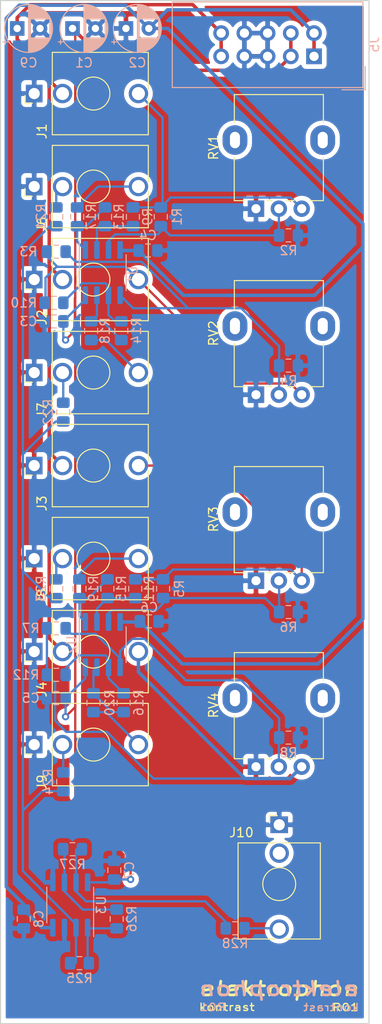
<source format=kicad_pcb>
(kicad_pcb (version 20171130) (host pcbnew 5.1.6-c6e7f7d~87~ubuntu20.04.1)
  (title_block (title kontrast) (date 2020-05-09) (rev 01) (comment 1 "PCB for main circuit") (comment 2 "mixer and attenuverter") (comment 4 "License CC BY 4.0 - Attribution 4.0 International"))
  (layers (0 F.Cu signal) (31 B.Cu signal) (34 B.Paste user) (35 F.Paste user) (36 B.SilkS user) (37 F.SilkS user) (38 B.Mask user) (39 F.Mask user) (44 Edge.Cuts user))
  (net 0 "")
  (net 1 GND)
  (net 2 +15V)
  (net 3 "Net-(J1-PadT)")
  (net 4 "Net-(J3-PadT)")
  (net 5 "Net-(R10-Pad1)")
  (net 6 -15V)
  (net 7 +5V)
  (net 8 "Net-(J2-PadT)")
  (net 9 "Net-(J4-PadT)")
  (net 10 /MIX_1)
  (net 11 "Net-(J6-PadT)")
  (net 12 "Net-(R1-Pad2)")
  (net 13 "Net-(R3-Pad2)")
  (net 14 "Net-(R5-Pad2)")
  (net 15 "Net-(R7-Pad2)")
  (net 16 "Net-(R13-Pad2)")
  (net 17 "Net-(R11-Pad1)")
  (net 18 "Net-(R12-Pad1)")
  (net 19 "Net-(R13-Pad1)")
  (net 20 "Net-(R14-Pad1)")
  (net 21 "Net-(R15-Pad1)")
  (net 22 "Net-(R16-Pad1)")
  (net 23 "Net-(R21-Pad2)")
  (net 24 "Net-(R25-Pad2)")
  (net 25 "Net-(R26-Pad2)")
  (net 26 "Net-(R27-Pad2)")
  (net 27 /MIX_2)
  (net 28 "Net-(J7-PadT)")
  (net 29 /MIX_3)
  (net 30 "Net-(J8-PadT)")
  (net 31 /MIX_4)
  (net 32 "Net-(J9-PadT)")
  (net 33 "Net-(J10-PadT)")
  (module "elektrophon:elektrophon logo" (layer F.Cu) (at 81.28 159.766)
    (fp_text reference REF** hide)
    (fp_text value "elektrophon logo" hide)
    (fp_text user kontrast (at 8.84 1.02) (layer B.SilkS) (effects (font (size 0.8 1)) (justify left mirror)))
    (fp_text user R01 (at -8.83 1) (layer B.SilkS) (effects (font (size 0.8 1)) (justify right mirror)))
    (fp_text user elektrophon (at 0 -1.016) (layer B.SilkS) (effects (font (size 1.5 2) (thickness 0.3) italic) (justify mirror)))
    (fp_text user R01 (at 8.8 1.02) (layer F.SilkS) (effects (font (size 0.8 1)) (justify right)))
    (fp_text user kontrast (at -8.88 1) (layer F.SilkS) (effects (font (size 0.8 1)) (justify left)))
    (fp_text user elektrophon (at 0 -1.016) (layer F.SilkS) (effects (font (size 1.5 2) (thickness 0.3) italic)))
  )
  (module Resistor_SMD:R_0805_2012Metric_Pad1.15x1.40mm_HandSolder (layer B.Cu) (at 76.454 152.146)
    (fp_text reference R28 (at 0 1.65) (layer B.SilkS) (effects (justify mirror)))
    (fp_text value 1k)
    (pad 2 smd roundrect (at 1.025 0) (size 1.15 1.4) (layers B.Cu B.Paste B.Mask) (roundrect_rratio 0.217391) (net 33 "Net-(J10-PadT)"))
    (pad 1 smd roundrect (at -1.025 0) (size 1.15 1.4) (layers B.Cu B.Paste B.Mask) (roundrect_rratio 0.217391) (net 26 "Net-(R27-Pad2)"))
  )
  (module Resistor_SMD:R_0805_2012Metric_Pad1.15x1.40mm_HandSolder (layer B.Cu) (at 58.674 143.51)
    (fp_text reference R27 (at 0 1.65) (layer B.SilkS) (effects (justify mirror)))
    (fp_text value 100k)
    (pad 2 smd roundrect (at 1.025 0) (size 1.15 1.4) (layers B.Cu B.Paste B.Mask) (roundrect_rratio 0.217391) (net 26 "Net-(R27-Pad2)"))
    (pad 1 smd roundrect (at -1.025 0) (size 1.15 1.4) (layers B.Cu B.Paste B.Mask) (roundrect_rratio 0.217391) (net 25 "Net-(R26-Pad2)"))
  )
  (module Resistor_SMD:R_0805_2012Metric_Pad1.15x1.40mm_HandSolder (layer B.Cu) (at 63.5 151.13 90)
    (fp_text reference R26 (at 0 1.65 90) (layer B.SilkS) (effects (justify mirror)))
    (fp_text value 100k)
    (pad 2 smd roundrect (at 1.025 0 90) (size 1.15 1.4) (layers B.Cu B.Paste B.Mask) (roundrect_rratio 0.217391) (net 25 "Net-(R26-Pad2)"))
    (pad 1 smd roundrect (at -1.025 0 90) (size 1.15 1.4) (layers B.Cu B.Paste B.Mask) (roundrect_rratio 0.217391) (net 24 "Net-(R25-Pad2)"))
  )
  (module Resistor_SMD:R_0805_2012Metric_Pad1.15x1.40mm_HandSolder (layer B.Cu) (at 59.436 155.956)
    (fp_text reference R25 (at 0 1.65) (layer B.SilkS) (effects (justify mirror)))
    (fp_text value 100k)
    (pad 2 smd roundrect (at 1.025 0) (size 1.15 1.4) (layers B.Cu B.Paste B.Mask) (roundrect_rratio 0.217391) (net 24 "Net-(R25-Pad2)"))
    (pad 1 smd roundrect (at -1.025 0) (size 1.15 1.4) (layers B.Cu B.Paste B.Mask) (roundrect_rratio 0.217391) (net 23 "Net-(R21-Pad2)"))
  )
  (module Resistor_SMD:R_0805_2012Metric_Pad1.15x1.40mm_HandSolder (layer B.Cu) (at 57.658 136.144 270)
    (fp_text reference R24 (at 0 1.65 270) (layer B.SilkS) (effects (justify mirror)))
    (fp_text value 100k)
    (pad 2 smd roundrect (at 1.025 0 270) (size 1.15 1.4) (layers B.Cu B.Paste B.Mask) (roundrect_rratio 0.217391) (net 23 "Net-(R21-Pad2)"))
    (pad 1 smd roundrect (at -1.025 0 270) (size 1.15 1.4) (layers B.Cu B.Paste B.Mask) (roundrect_rratio 0.217391) (net 31 /MIX_4))
  )
  (module Resistor_SMD:R_0805_2012Metric_Pad1.15x1.40mm_HandSolder (layer B.Cu) (at 56.896 115.053 270)
    (fp_text reference R23 (at 0 1.65 270) (layer B.SilkS) (effects (justify mirror)))
    (fp_text value 100k)
    (pad 2 smd roundrect (at 1.025 0 270) (size 1.15 1.4) (layers B.Cu B.Paste B.Mask) (roundrect_rratio 0.217391) (net 23 "Net-(R21-Pad2)"))
    (pad 1 smd roundrect (at -1.025 0 270) (size 1.15 1.4) (layers B.Cu B.Paste B.Mask) (roundrect_rratio 0.217391) (net 29 /MIX_3))
  )
  (module Resistor_SMD:R_0805_2012Metric_Pad1.15x1.40mm_HandSolder (layer B.Cu) (at 57.658 95.758 270)
    (fp_text reference R22 (at 0 1.65 270) (layer B.SilkS) (effects (justify mirror)))
    (fp_text value 100k)
    (pad 2 smd roundrect (at 1.025 0 270) (size 1.15 1.4) (layers B.Cu B.Paste B.Mask) (roundrect_rratio 0.217391) (net 23 "Net-(R21-Pad2)"))
    (pad 1 smd roundrect (at -1.025 0 270) (size 1.15 1.4) (layers B.Cu B.Paste B.Mask) (roundrect_rratio 0.217391) (net 27 /MIX_2))
  )
  (module Resistor_SMD:R_0805_2012Metric_Pad1.15x1.40mm_HandSolder (layer B.Cu) (at 56.896 74.422 270)
    (fp_text reference R21 (at 0 1.65 90) (layer B.SilkS) (effects (justify mirror)))
    (fp_text value 100k)
    (pad 2 smd roundrect (at 1.025 0 270) (size 1.15 1.4) (layers B.Cu B.Paste B.Mask) (roundrect_rratio 0.217391) (net 23 "Net-(R21-Pad2)"))
    (pad 1 smd roundrect (at -1.025 0 270) (size 1.15 1.4) (layers B.Cu B.Paste B.Mask) (roundrect_rratio 0.217391) (net 10 /MIX_1))
  )
  (module Resistor_SMD:R_0805_2012Metric_Pad1.15x1.40mm_HandSolder (layer B.Cu) (at 60.96 127.508 270)
    (fp_text reference R20 (at 0 -1.778 90) (layer B.SilkS) (effects (justify mirror)))
    (fp_text value 1k)
    (pad 2 smd roundrect (at 1.025 0 270) (size 1.15 1.4) (layers B.Cu B.Paste B.Mask) (roundrect_rratio 0.217391) (net 32 "Net-(J9-PadT)"))
    (pad 1 smd roundrect (at -1.025 0 270) (size 1.15 1.4) (layers B.Cu B.Paste B.Mask) (roundrect_rratio 0.217391) (net 22 "Net-(R16-Pad1)"))
  )
  (module Resistor_SMD:R_0805_2012Metric_Pad1.15x1.40mm_HandSolder (layer B.Cu) (at 59.436 115.053 90)
    (fp_text reference R19 (at -0.009 1.524 90) (layer B.SilkS) (effects (justify mirror)))
    (fp_text value 1k)
    (pad 2 smd roundrect (at 1.025 0 90) (size 1.15 1.4) (layers B.Cu B.Paste B.Mask) (roundrect_rratio 0.217391) (net 30 "Net-(J8-PadT)"))
    (pad 1 smd roundrect (at -1.025 0 90) (size 1.15 1.4) (layers B.Cu B.Paste B.Mask) (roundrect_rratio 0.217391) (net 21 "Net-(R15-Pad1)"))
  )
  (module Resistor_SMD:R_0805_2012Metric_Pad1.15x1.40mm_HandSolder (layer B.Cu) (at 60.706 86.868 270)
    (fp_text reference R18 (at 0 -1.524 270) (layer B.SilkS) (effects (justify mirror)))
    (fp_text value 1k)
    (pad 2 smd roundrect (at 1.025 0 270) (size 1.15 1.4) (layers B.Cu B.Paste B.Mask) (roundrect_rratio 0.217391) (net 28 "Net-(J7-PadT)"))
    (pad 1 smd roundrect (at -1.025 0 270) (size 1.15 1.4) (layers B.Cu B.Paste B.Mask) (roundrect_rratio 0.217391) (net 20 "Net-(R14-Pad1)"))
  )
  (module Resistor_SMD:R_0805_2012Metric_Pad1.15x1.40mm_HandSolder (layer B.Cu) (at 59.182 74.422 90)
    (fp_text reference R17 (at 0 1.524 90) (layer B.SilkS) (effects (justify mirror)))
    (fp_text value 1k)
    (pad 2 smd roundrect (at 1.025 0 90) (size 1.15 1.4) (layers B.Cu B.Paste B.Mask) (roundrect_rratio 0.217391) (net 11 "Net-(J6-PadT)"))
    (pad 1 smd roundrect (at -1.025 0 90) (size 1.15 1.4) (layers B.Cu B.Paste B.Mask) (roundrect_rratio 0.217391) (net 19 "Net-(R13-Pad1)"))
  )
  (module Resistor_SMD:R_0805_2012Metric_Pad1.15x1.40mm_HandSolder (layer B.Cu) (at 64.262 127.508 90)
    (fp_text reference R16 (at 0 1.65 90) (layer B.SilkS) (effects (justify mirror)))
    (fp_text value 100k)
    (pad 2 smd roundrect (at 1.025 0 90) (size 1.15 1.4) (layers B.Cu B.Paste B.Mask) (roundrect_rratio 0.217391) (net 18 "Net-(R12-Pad1)"))
    (pad 1 smd roundrect (at -1.025 0 90) (size 1.15 1.4) (layers B.Cu B.Paste B.Mask) (roundrect_rratio 0.217391) (net 22 "Net-(R16-Pad1)"))
  )
  (module Resistor_SMD:R_0805_2012Metric_Pad1.15x1.40mm_HandSolder (layer B.Cu) (at 62.484 115.053 270)
    (fp_text reference R15 (at 0 -1.524 90) (layer B.SilkS) (effects (justify mirror)))
    (fp_text value 100k)
    (pad 2 smd roundrect (at 1.025 0 270) (size 1.15 1.4) (layers B.Cu B.Paste B.Mask) (roundrect_rratio 0.217391) (net 17 "Net-(R11-Pad1)"))
    (pad 1 smd roundrect (at -1.025 0 270) (size 1.15 1.4) (layers B.Cu B.Paste B.Mask) (roundrect_rratio 0.217391) (net 21 "Net-(R15-Pad1)"))
  )
  (module Resistor_SMD:R_0805_2012Metric_Pad1.15x1.40mm_HandSolder (layer B.Cu) (at 64.008 86.868 90)
    (fp_text reference R14 (at 0 1.65 90) (layer B.SilkS) (effects (justify mirror)))
    (fp_text value 100k)
    (pad 2 smd roundrect (at 1.025 0 90) (size 1.15 1.4) (layers B.Cu B.Paste B.Mask) (roundrect_rratio 0.217391) (net 5 "Net-(R10-Pad1)"))
    (pad 1 smd roundrect (at -1.025 0 90) (size 1.15 1.4) (layers B.Cu B.Paste B.Mask) (roundrect_rratio 0.217391) (net 20 "Net-(R14-Pad1)"))
  )
  (module Resistor_SMD:R_0805_2012Metric_Pad1.15x1.40mm_HandSolder (layer B.Cu) (at 62.23 74.422 270)
    (fp_text reference R13 (at 0 -1.524 90) (layer B.SilkS) (effects (justify mirror)))
    (fp_text value 100k)
    (pad 2 smd roundrect (at 1.025 0 270) (size 1.15 1.4) (layers B.Cu B.Paste B.Mask) (roundrect_rratio 0.217391) (net 16 "Net-(R13-Pad2)"))
    (pad 1 smd roundrect (at -1.025 0 270) (size 1.15 1.4) (layers B.Cu B.Paste B.Mask) (roundrect_rratio 0.217391) (net 19 "Net-(R13-Pad1)"))
  )
  (module Resistor_SMD:R_0805_2012Metric_Pad1.15x1.40mm_HandSolder (layer B.Cu) (at 56.896 124.46 180)
    (fp_text reference R12 (at 3.302 0) (layer B.SilkS) (effects (justify mirror)))
    (fp_text value 100k)
    (pad 2 smd roundrect (at 1.025 0 180) (size 1.15 1.4) (layers B.Cu B.Paste B.Mask) (roundrect_rratio 0.217391) (net 9 "Net-(J4-PadT)"))
    (pad 1 smd roundrect (at -1.025 0 180) (size 1.15 1.4) (layers B.Cu B.Paste B.Mask) (roundrect_rratio 0.217391) (net 18 "Net-(R12-Pad1)"))
  )
  (module Resistor_SMD:R_0805_2012Metric_Pad1.15x1.40mm_HandSolder (layer B.Cu) (at 65.532 115.053 90)
    (fp_text reference R11 (at 0 1.524 270) (layer B.SilkS) (effects (justify mirror)))
    (fp_text value 100k)
    (pad 2 smd roundrect (at 1.025 0 90) (size 1.15 1.4) (layers B.Cu B.Paste B.Mask) (roundrect_rratio 0.217391) (net 4 "Net-(J3-PadT)"))
    (pad 1 smd roundrect (at -1.025 0 90) (size 1.15 1.4) (layers B.Cu B.Paste B.Mask) (roundrect_rratio 0.217391) (net 17 "Net-(R11-Pad1)"))
  )
  (module Resistor_SMD:R_0805_2012Metric_Pad1.15x1.40mm_HandSolder (layer B.Cu) (at 56.642 83.82 180)
    (fp_text reference R10 (at 3.302 0) (layer B.SilkS) (effects (justify mirror)))
    (fp_text value 100k)
    (pad 2 smd roundrect (at 1.025 0 180) (size 1.15 1.4) (layers B.Cu B.Paste B.Mask) (roundrect_rratio 0.217391) (net 8 "Net-(J2-PadT)"))
    (pad 1 smd roundrect (at -1.025 0 180) (size 1.15 1.4) (layers B.Cu B.Paste B.Mask) (roundrect_rratio 0.217391) (net 5 "Net-(R10-Pad1)"))
  )
  (module Resistor_SMD:R_0805_2012Metric_Pad1.15x1.40mm_HandSolder (layer B.Cu) (at 65.278 74.422 90)
    (fp_text reference R9 (at 0 1.608668 90) (layer B.SilkS) (effects (justify mirror)))
    (fp_text value 100k)
    (pad 2 smd roundrect (at 1.025 0 90) (size 1.15 1.4) (layers B.Cu B.Paste B.Mask) (roundrect_rratio 0.217391) (net 3 "Net-(J1-PadT)"))
    (pad 1 smd roundrect (at -1.025 0 90) (size 1.15 1.4) (layers B.Cu B.Paste B.Mask) (roundrect_rratio 0.217391) (net 16 "Net-(R13-Pad2)"))
  )
  (module Resistor_SMD:R_0805_2012Metric_Pad1.15x1.40mm_HandSolder (layer B.Cu) (at 82.296 131.318)
    (fp_text reference R8 (at 0 1.65) (layer B.SilkS) (effects (justify mirror)))
    (fp_text value 47k)
    (pad 2 smd roundrect (at 1.025 0) (size 1.15 1.4) (layers B.Cu B.Paste B.Mask) (roundrect_rratio 0.217391) (net 1 GND))
    (pad 1 smd roundrect (at -1.025 0) (size 1.15 1.4) (layers B.Cu B.Paste B.Mask) (roundrect_rratio 0.217391) (net 15 "Net-(R7-Pad2)"))
  )
  (module Resistor_SMD:R_0805_2012Metric_Pad1.15x1.40mm_HandSolder (layer B.Cu) (at 56.896 119.38)
    (fp_text reference R7 (at -2.794 0) (layer B.SilkS) (effects (justify mirror)))
    (fp_text value 47k)
    (pad 2 smd roundrect (at 1.025 0) (size 1.15 1.4) (layers B.Cu B.Paste B.Mask) (roundrect_rratio 0.217391) (net 15 "Net-(R7-Pad2)"))
    (pad 1 smd roundrect (at -1.025 0) (size 1.15 1.4) (layers B.Cu B.Paste B.Mask) (roundrect_rratio 0.217391) (net 9 "Net-(J4-PadT)"))
  )
  (module Resistor_SMD:R_0805_2012Metric_Pad1.15x1.40mm_HandSolder (layer B.Cu) (at 82.296 117.602)
    (fp_text reference R6 (at 0 1.65) (layer B.SilkS) (effects (justify mirror)))
    (fp_text value 47k)
    (pad 2 smd roundrect (at 1.025 0) (size 1.15 1.4) (layers B.Cu B.Paste B.Mask) (roundrect_rratio 0.217391) (net 1 GND))
    (pad 1 smd roundrect (at -1.025 0) (size 1.15 1.4) (layers B.Cu B.Paste B.Mask) (roundrect_rratio 0.217391) (net 14 "Net-(R5-Pad2)"))
  )
  (module Resistor_SMD:R_0805_2012Metric_Pad1.15x1.40mm_HandSolder (layer B.Cu) (at 68.58 115.053 270)
    (fp_text reference R5 (at 0.009 -1.778 90) (layer B.SilkS) (effects (justify mirror)))
    (fp_text value 47k)
    (pad 2 smd roundrect (at 1.025 0 270) (size 1.15 1.4) (layers B.Cu B.Paste B.Mask) (roundrect_rratio 0.217391) (net 14 "Net-(R5-Pad2)"))
    (pad 1 smd roundrect (at -1.025 0 270) (size 1.15 1.4) (layers B.Cu B.Paste B.Mask) (roundrect_rratio 0.217391) (net 4 "Net-(J3-PadT)"))
  )
  (module Resistor_SMD:R_0805_2012Metric_Pad1.15x1.40mm_HandSolder (layer B.Cu) (at 82.296 90.678)
    (fp_text reference R4 (at 0 1.65 180) (layer B.SilkS) (effects (justify mirror)))
    (fp_text value 47k)
    (pad 2 smd roundrect (at 1.025 0) (size 1.15 1.4) (layers B.Cu B.Paste B.Mask) (roundrect_rratio 0.217391) (net 1 GND))
    (pad 1 smd roundrect (at -1.025 0) (size 1.15 1.4) (layers B.Cu B.Paste B.Mask) (roundrect_rratio 0.217391) (net 13 "Net-(R3-Pad2)"))
  )
  (module Resistor_SMD:R_0805_2012Metric_Pad1.15x1.40mm_HandSolder (layer B.Cu) (at 56.896 78.232)
    (fp_text reference R3 (at -3.048 0 180) (layer B.SilkS) (effects (justify mirror)))
    (fp_text value 47k)
    (pad 2 smd roundrect (at 1.025 0) (size 1.15 1.4) (layers B.Cu B.Paste B.Mask) (roundrect_rratio 0.217391) (net 13 "Net-(R3-Pad2)"))
    (pad 1 smd roundrect (at -1.025 0) (size 1.15 1.4) (layers B.Cu B.Paste B.Mask) (roundrect_rratio 0.217391) (net 8 "Net-(J2-PadT)"))
  )
  (module Resistor_SMD:R_0805_2012Metric_Pad1.15x1.40mm_HandSolder (layer B.Cu) (at 82.296 76.454)
    (fp_text reference R2 (at 0 1.65) (layer B.SilkS) (effects (justify mirror)))
    (fp_text value 47k)
    (pad 2 smd roundrect (at 1.025 0) (size 1.15 1.4) (layers B.Cu B.Paste B.Mask) (roundrect_rratio 0.217391) (net 1 GND))
    (pad 1 smd roundrect (at -1.025 0) (size 1.15 1.4) (layers B.Cu B.Paste B.Mask) (roundrect_rratio 0.217391) (net 12 "Net-(R1-Pad2)"))
  )
  (module Resistor_SMD:R_0805_2012Metric_Pad1.15x1.40mm_HandSolder (layer B.Cu) (at 68.326 74.422 270)
    (fp_text reference R1 (at 0 -1.778 90) (layer B.SilkS) (effects (justify mirror)))
    (fp_text value 47k)
    (pad 2 smd roundrect (at 1.025 0 270) (size 1.15 1.4) (layers B.Cu B.Paste B.Mask) (roundrect_rratio 0.217391) (net 12 "Net-(R1-Pad2)"))
    (pad 1 smd roundrect (at -1.025 0 270) (size 1.15 1.4) (layers B.Cu B.Paste B.Mask) (roundrect_rratio 0.217391) (net 3 "Net-(J1-PadT)"))
  )
  (module Capacitor_SMD:C_0805_2012Metric_Pad1.15x1.40mm_HandSolder (layer B.Cu) (at 53.34 151.13 90)
    (fp_text reference C8 (at 0 1.65 -90) (layer B.SilkS) (effects (justify mirror)))
    (fp_text value 0.1u)
    (pad 2 smd roundrect (at 1.025 0 90) (size 1.15 1.4) (layers B.Cu B.Paste B.Mask) (roundrect_rratio 0.217391) (net 6 -15V))
    (pad 1 smd roundrect (at -1.025 0 90) (size 1.15 1.4) (layers B.Cu B.Paste B.Mask) (roundrect_rratio 0.217391) (net 1 GND))
  )
  (module Capacitor_SMD:C_0805_2012Metric_Pad1.15x1.40mm_HandSolder (layer B.Cu) (at 63.246 145.796 90)
    (fp_text reference C7 (at 0 1.65 90) (layer B.SilkS) (effects (justify mirror)))
    (fp_text value 0.1u)
    (pad 2 smd roundrect (at 1.025 0 90) (size 1.15 1.4) (layers B.Cu B.Paste B.Mask) (roundrect_rratio 0.217391) (net 1 GND))
    (pad 1 smd roundrect (at -1.025 0 90) (size 1.15 1.4) (layers B.Cu B.Paste B.Mask) (roundrect_rratio 0.217391) (net 2 +15V))
  )
  (module Capacitor_SMD:C_0805_2012Metric_Pad1.15x1.40mm_HandSolder (layer B.Cu) (at 67.056 118.618 180)
    (fp_text reference C6 (at 0 1.524) (layer B.SilkS) (effects (justify mirror)))
    (fp_text value 0.1u)
    (pad 2 smd roundrect (at 1.025 0 180) (size 1.15 1.4) (layers B.Cu B.Paste B.Mask) (roundrect_rratio 0.217391) (net 6 -15V))
    (pad 1 smd roundrect (at -1.025 0 180) (size 1.15 1.4) (layers B.Cu B.Paste B.Mask) (roundrect_rratio 0.217391) (net 1 GND))
  )
  (module Capacitor_SMD:C_0805_2012Metric_Pad1.15x1.40mm_HandSolder (layer B.Cu) (at 56.896 127 180)
    (fp_text reference C5 (at 2.794 0) (layer B.SilkS) (effects (justify mirror)))
    (fp_text value 0.1u)
    (pad 2 smd roundrect (at 1.025 0 180) (size 1.15 1.4) (layers B.Cu B.Paste B.Mask) (roundrect_rratio 0.217391) (net 1 GND))
    (pad 1 smd roundrect (at -1.025 0 180) (size 1.15 1.4) (layers B.Cu B.Paste B.Mask) (roundrect_rratio 0.217391) (net 2 +15V))
  )
  (module Capacitor_SMD:C_0805_2012Metric_Pad1.15x1.40mm_HandSolder (layer B.Cu) (at 66.929 78.105 180)
    (fp_text reference C4 (at 0 1.65 180) (layer B.SilkS) (effects (justify mirror)))
    (fp_text value 0.1u)
    (pad 2 smd roundrect (at 1.025 0 180) (size 1.15 1.4) (layers B.Cu B.Paste B.Mask) (roundrect_rratio 0.217391) (net 6 -15V))
    (pad 1 smd roundrect (at -1.025 0 180) (size 1.15 1.4) (layers B.Cu B.Paste B.Mask) (roundrect_rratio 0.217391) (net 1 GND))
  )
  (module Capacitor_SMD:C_0805_2012Metric_Pad1.15x1.40mm_HandSolder (layer B.Cu) (at 56.642 85.852 180)
    (fp_text reference C3 (at 2.794 0) (layer B.SilkS) (effects (justify mirror)))
    (fp_text value 0.1u)
    (pad 2 smd roundrect (at 1.025 0 180) (size 1.15 1.4) (layers B.Cu B.Paste B.Mask) (roundrect_rratio 0.217391) (net 1 GND))
    (pad 1 smd roundrect (at -1.025 0 180) (size 1.15 1.4) (layers B.Cu B.Paste B.Mask) (roundrect_rratio 0.217391) (net 2 +15V))
  )
  (module Package_SO:SOIC-8_3.9x4.9mm_P1.27mm (layer B.Cu) (at 58.42 149.606 90)
    (fp_text reference U3 (at 0 3.4 90) (layer B.SilkS) (effects (justify mirror)))
    (fp_text value OPA2134)
    (pad 8 smd roundrect (at 2.475 1.905 90) (size 1.95 0.6) (layers B.Cu B.Paste B.Mask) (net 2 +15V))
    (pad 7 smd roundrect (at 2.475 0.635 90) (size 1.95 0.6) (layers B.Cu B.Paste B.Mask) (net 26 "Net-(R27-Pad2)"))
    (pad 6 smd roundrect (at 2.475 -0.635 90) (size 1.95 0.6) (layers B.Cu B.Paste B.Mask) (net 25 "Net-(R26-Pad2)"))
    (pad 5 smd roundrect (at 2.475 -1.905 90) (size 1.95 0.6) (layers B.Cu B.Paste B.Mask) (net 1 GND))
    (pad 4 smd roundrect (at -2.475 -1.905 90) (size 1.95 0.6) (layers B.Cu B.Paste B.Mask) (net 6 -15V))
    (pad 3 smd roundrect (at -2.475 -0.635 90) (size 1.95 0.6) (layers B.Cu B.Paste B.Mask) (net 1 GND))
    (pad 2 smd roundrect (at -2.475 0.635 90) (size 1.95 0.6) (layers B.Cu B.Paste B.Mask) (net 23 "Net-(R21-Pad2)"))
    (pad 1 smd roundrect (at -2.475 1.905 90) (size 1.95 0.6) (layers B.Cu B.Paste B.Mask) (net 24 "Net-(R25-Pad2)"))
  )
  (module Package_SO:SOIC-8_3.9x4.9mm_P1.27mm (layer B.Cu) (at 61.976 121.158 270)
    (fp_text reference U2 (at 0 3.4 270) (layer B.SilkS) (effects (justify mirror)))
    (fp_text value OPA2134)
    (pad 8 smd roundrect (at 2.475 1.905 270) (size 1.95 0.6) (layers B.Cu B.Paste B.Mask) (net 2 +15V))
    (pad 7 smd roundrect (at 2.475 0.635 270) (size 1.95 0.6) (layers B.Cu B.Paste B.Mask) (net 22 "Net-(R16-Pad1)"))
    (pad 6 smd roundrect (at 2.475 -0.635 270) (size 1.95 0.6) (layers B.Cu B.Paste B.Mask) (net 18 "Net-(R12-Pad1)"))
    (pad 5 smd roundrect (at 2.475 -1.905 270) (size 1.95 0.6) (layers B.Cu B.Paste B.Mask) (net 15 "Net-(R7-Pad2)"))
    (pad 4 smd roundrect (at -2.475 -1.905 270) (size 1.95 0.6) (layers B.Cu B.Paste B.Mask) (net 6 -15V))
    (pad 3 smd roundrect (at -2.475 -0.635 270) (size 1.95 0.6) (layers B.Cu B.Paste B.Mask) (net 14 "Net-(R5-Pad2)"))
    (pad 2 smd roundrect (at -2.475 0.635 270) (size 1.95 0.6) (layers B.Cu B.Paste B.Mask) (net 17 "Net-(R11-Pad1)"))
    (pad 1 smd roundrect (at -2.475 1.905 270) (size 1.95 0.6) (layers B.Cu B.Paste B.Mask) (net 21 "Net-(R15-Pad1)"))
  )
  (module Package_SO:SOIC-8_3.9x4.9mm_P1.27mm (layer B.Cu) (at 61.976 80.518 270)
    (fp_text reference U1 (at 0.254 -3.302 270) (layer B.SilkS) (effects (justify mirror)))
    (fp_text value OPA2134)
    (pad 8 smd roundrect (at 2.475 1.905 270) (size 1.95 0.6) (layers B.Cu B.Paste B.Mask) (net 2 +15V))
    (pad 7 smd roundrect (at 2.475 0.635 270) (size 1.95 0.6) (layers B.Cu B.Paste B.Mask) (net 20 "Net-(R14-Pad1)"))
    (pad 6 smd roundrect (at 2.475 -0.635 270) (size 1.95 0.6) (layers B.Cu B.Paste B.Mask) (net 5 "Net-(R10-Pad1)"))
    (pad 5 smd roundrect (at 2.475 -1.905 270) (size 1.95 0.6) (layers B.Cu B.Paste B.Mask) (net 13 "Net-(R3-Pad2)"))
    (pad 4 smd roundrect (at -2.475 -1.905 270) (size 1.95 0.6) (layers B.Cu B.Paste B.Mask) (net 6 -15V))
    (pad 3 smd roundrect (at -2.475 -0.635 270) (size 1.95 0.6) (layers B.Cu B.Paste B.Mask) (net 12 "Net-(R1-Pad2)"))
    (pad 2 smd roundrect (at -2.475 0.635 270) (size 1.95 0.6) (layers B.Cu B.Paste B.Mask) (net 16 "Net-(R13-Pad2)"))
    (pad 1 smd roundrect (at -2.475 1.905 270) (size 1.95 0.6) (layers B.Cu B.Paste B.Mask) (net 19 "Net-(R13-Pad1)"))
  )
  (module elektrophon:Jack_3.5mm_WQP-PJ398SM_Vertical (layer F.Cu) (at 81.28 147.32)
    (fp_text reference J10 (at -4.13 -5.63) (layer F.SilkS))
    (fp_text value OUT)
    (pad TN thru_hole circle (at 0 -3.38 180) (size 2.13 2.13) (drill 1.42) (layers *.Cu *.Mask))
    (pad S thru_hole rect (at 0 -6.48 180) (size 1.93 1.83) (drill 1.22) (layers *.Cu *.Mask) (net 1 GND))
    (pad T thru_hole circle (at 0 4.92 180) (size 2.13 2.13) (drill 1.43) (layers *.Cu *.Mask) (net 33 "Net-(J10-PadT)"))
  )
  (module elektrophon:Jack_3.5mm_WQP-PJ398SM_Vertical (layer F.Cu) (at 60.96 132.08 90)
    (fp_text reference J9 (at -4.13 -5.63 90) (layer F.SilkS))
    (fp_text value OUT)
    (pad TN thru_hole circle (at 0 -3.38 270) (size 2.13 2.13) (drill 1.42) (layers *.Cu *.Mask) (net 31 /MIX_4))
    (pad S thru_hole rect (at 0 -6.48 270) (size 1.93 1.83) (drill 1.22) (layers *.Cu *.Mask) (net 1 GND))
    (pad T thru_hole circle (at 0 4.92 270) (size 2.13 2.13) (drill 1.43) (layers *.Cu *.Mask) (net 32 "Net-(J9-PadT)"))
  )
  (module elektrophon:Jack_3.5mm_WQP-PJ398SM_Vertical (layer F.Cu) (at 60.96 111.76 90)
    (fp_text reference J8 (at -4.13 -5.63 90) (layer F.SilkS))
    (fp_text value OUT)
    (pad TN thru_hole circle (at 0 -3.38 270) (size 2.13 2.13) (drill 1.42) (layers *.Cu *.Mask) (net 29 /MIX_3))
    (pad S thru_hole rect (at 0 -6.48 270) (size 1.93 1.83) (drill 1.22) (layers *.Cu *.Mask) (net 1 GND))
    (pad T thru_hole circle (at 0 4.92 270) (size 2.13 2.13) (drill 1.43) (layers *.Cu *.Mask) (net 30 "Net-(J8-PadT)"))
  )
  (module elektrophon:Jack_3.5mm_WQP-PJ398SM_Vertical (layer F.Cu) (at 60.96 91.44 90)
    (fp_text reference J7 (at -4.13 -5.63 90) (layer F.SilkS))
    (fp_text value OUT)
    (pad TN thru_hole circle (at 0 -3.38 270) (size 2.13 2.13) (drill 1.42) (layers *.Cu *.Mask) (net 27 /MIX_2))
    (pad S thru_hole rect (at 0 -6.48 270) (size 1.93 1.83) (drill 1.22) (layers *.Cu *.Mask) (net 1 GND))
    (pad T thru_hole circle (at 0 4.92 270) (size 2.13 2.13) (drill 1.43) (layers *.Cu *.Mask) (net 28 "Net-(J7-PadT)"))
  )
  (module elektrophon:Jack_3.5mm_WQP-PJ398SM_Vertical (layer F.Cu) (at 60.96 71.12 90)
    (fp_text reference J6 (at -4.13 -5.63 90) (layer F.SilkS))
    (fp_text value OUT)
    (pad TN thru_hole circle (at 0 -3.38 270) (size 2.13 2.13) (drill 1.42) (layers *.Cu *.Mask) (net 10 /MIX_1))
    (pad S thru_hole rect (at 0 -6.48 270) (size 1.93 1.83) (drill 1.22) (layers *.Cu *.Mask) (net 1 GND))
    (pad T thru_hole circle (at 0 4.92 270) (size 2.13 2.13) (drill 1.43) (layers *.Cu *.Mask) (net 11 "Net-(J6-PadT)"))
  )
  (module elektrophon:Potentiometer_Alpha_RD901F-40-00D_Single_Vertical (layer F.Cu) (at 81.28 127 90)
    (fp_text reference RV4 (at -0.79 -7.18 270) (layer F.SilkS))
    (fp_text value 100k)
    (pad "" thru_hole oval (at 0 -4.84 180) (size 2.72 3.24) (drill oval 1.1 1.8) (layers *.Cu *.Mask))
    (pad "" thru_hole oval (at 0 4.76 180) (size 2.72 3.24) (drill oval 1.1 1.8) (layers *.Cu *.Mask))
    (pad 3 thru_hole circle (at -7.5 2.46 180) (size 1.8 1.8) (drill 1) (layers *.Cu *.Mask) (net 9 "Net-(J4-PadT)"))
    (pad 2 thru_hole circle (at -7.5 -0.04 180) (size 1.8 1.8) (drill 1) (layers *.Cu *.Mask) (net 15 "Net-(R7-Pad2)"))
    (pad 1 thru_hole rect (at -7.5 -2.54 180) (size 1.8 1.8) (drill 1) (layers *.Cu *.Mask) (net 1 GND))
  )
  (module elektrophon:Potentiometer_Alpha_RD901F-40-00D_Single_Vertical (layer F.Cu) (at 81.28 106.68 90)
    (fp_text reference RV3 (at -0.79 -7.18 270) (layer F.SilkS))
    (fp_text value 100k)
    (pad "" thru_hole oval (at 0 -4.84 180) (size 2.72 3.24) (drill oval 1.1 1.8) (layers *.Cu *.Mask))
    (pad "" thru_hole oval (at 0 4.76 180) (size 2.72 3.24) (drill oval 1.1 1.8) (layers *.Cu *.Mask))
    (pad 3 thru_hole circle (at -7.5 2.46 180) (size 1.8 1.8) (drill 1) (layers *.Cu *.Mask) (net 4 "Net-(J3-PadT)"))
    (pad 2 thru_hole circle (at -7.5 -0.04 180) (size 1.8 1.8) (drill 1) (layers *.Cu *.Mask) (net 14 "Net-(R5-Pad2)"))
    (pad 1 thru_hole rect (at -7.5 -2.54 180) (size 1.8 1.8) (drill 1) (layers *.Cu *.Mask) (net 1 GND))
  )
  (module elektrophon:Potentiometer_Alpha_RD901F-40-00D_Single_Vertical (layer F.Cu) (at 81.28 86.36 90)
    (fp_text reference RV2 (at -0.79 -7.18 270) (layer F.SilkS))
    (fp_text value 100k)
    (pad "" thru_hole oval (at 0 -4.84 180) (size 2.72 3.24) (drill oval 1.1 1.8) (layers *.Cu *.Mask))
    (pad "" thru_hole oval (at 0 4.76 180) (size 2.72 3.24) (drill oval 1.1 1.8) (layers *.Cu *.Mask))
    (pad 3 thru_hole circle (at -7.5 2.46 180) (size 1.8 1.8) (drill 1) (layers *.Cu *.Mask) (net 8 "Net-(J2-PadT)"))
    (pad 2 thru_hole circle (at -7.5 -0.04 180) (size 1.8 1.8) (drill 1) (layers *.Cu *.Mask) (net 13 "Net-(R3-Pad2)"))
    (pad 1 thru_hole rect (at -7.5 -2.54 180) (size 1.8 1.8) (drill 1) (layers *.Cu *.Mask) (net 1 GND))
  )
  (module elektrophon:Potentiometer_Alpha_RD901F-40-00D_Single_Vertical (layer F.Cu) (at 81.28 66.04 90)
    (fp_text reference RV1 (at -0.79 -7.18 270) (layer F.SilkS))
    (fp_text value 100k)
    (pad "" thru_hole oval (at 0 -4.84 180) (size 2.72 3.24) (drill oval 1.1 1.8) (layers *.Cu *.Mask))
    (pad "" thru_hole oval (at 0 4.76 180) (size 2.72 3.24) (drill oval 1.1 1.8) (layers *.Cu *.Mask))
    (pad 3 thru_hole circle (at -7.5 2.46 180) (size 1.8 1.8) (drill 1) (layers *.Cu *.Mask) (net 3 "Net-(J1-PadT)"))
    (pad 2 thru_hole circle (at -7.5 -0.04 180) (size 1.8 1.8) (drill 1) (layers *.Cu *.Mask) (net 12 "Net-(R1-Pad2)"))
    (pad 1 thru_hole rect (at -7.5 -2.54 180) (size 1.8 1.8) (drill 1) (layers *.Cu *.Mask) (net 1 GND))
  )
  (module Connector_IDC:IDC-Header_2x05_P2.54mm_Vertical (layer B.Cu) (at 85.09 56.896 90)
    (fp_text reference J5 (at 1.27 6.604 270) (layer B.SilkS) (effects (justify mirror)))
    (fp_text value "IDC Header")
    (pad 10 thru_hole oval (at 2.54 -10.16 90) (size 1.7272 1.7272) (drill 1.016) (layers *.Cu *.Mask) (net 7 +5V))
    (pad 9 thru_hole oval (at 0 -10.16 90) (size 1.7272 1.7272) (drill 1.016) (layers *.Cu *.Mask) (net 7 +5V))
    (pad 8 thru_hole oval (at 2.54 -7.62 90) (size 1.7272 1.7272) (drill 1.016) (layers *.Cu *.Mask) (net 1 GND))
    (pad 7 thru_hole oval (at 0 -7.62 90) (size 1.7272 1.7272) (drill 1.016) (layers *.Cu *.Mask) (net 1 GND))
    (pad 6 thru_hole oval (at 2.54 -5.08 90) (size 1.7272 1.7272) (drill 1.016) (layers *.Cu *.Mask) (net 1 GND))
    (pad 5 thru_hole oval (at 0 -5.08 90) (size 1.7272 1.7272) (drill 1.016) (layers *.Cu *.Mask) (net 1 GND))
    (pad 4 thru_hole oval (at 2.54 -2.54 90) (size 1.7272 1.7272) (drill 1.016) (layers *.Cu *.Mask) (net 2 +15V))
    (pad 3 thru_hole oval (at 0 -2.54 90) (size 1.7272 1.7272) (drill 1.016) (layers *.Cu *.Mask) (net 2 +15V))
    (pad 2 thru_hole oval (at 2.54 0 90) (size 1.7272 1.7272) (drill 1.016) (layers *.Cu *.Mask) (net 6 -15V))
    (pad 1 thru_hole rect (at 0 0 90) (size 1.7272 1.7272) (drill 1.016) (layers *.Cu *.Mask) (net 6 -15V))
  )
  (module elektrophon:Jack_3.5mm_WQP-PJ398SM_Vertical (layer F.Cu) (at 60.96 121.92 90)
    (fp_text reference J4 (at -4.13 -5.63 90) (layer F.SilkS))
    (fp_text value IN)
    (pad TN thru_hole circle (at 0 -3.38 270) (size 2.13 2.13) (drill 1.42) (layers *.Cu *.Mask) (net 7 +5V))
    (pad S thru_hole rect (at 0 -6.48 270) (size 1.93 1.83) (drill 1.22) (layers *.Cu *.Mask) (net 1 GND))
    (pad T thru_hole circle (at 0 4.92 270) (size 2.13 2.13) (drill 1.43) (layers *.Cu *.Mask) (net 9 "Net-(J4-PadT)"))
  )
  (module elektrophon:Jack_3.5mm_WQP-PJ398SM_Vertical (layer F.Cu) (at 60.96 101.6 90)
    (fp_text reference J3 (at -4.13 -5.63 90) (layer F.SilkS))
    (fp_text value IN)
    (pad TN thru_hole circle (at 0 -3.38 270) (size 2.13 2.13) (drill 1.42) (layers *.Cu *.Mask) (net 7 +5V))
    (pad S thru_hole rect (at 0 -6.48 270) (size 1.93 1.83) (drill 1.22) (layers *.Cu *.Mask) (net 1 GND))
    (pad T thru_hole circle (at 0 4.92 270) (size 2.13 2.13) (drill 1.43) (layers *.Cu *.Mask) (net 4 "Net-(J3-PadT)"))
  )
  (module elektrophon:Jack_3.5mm_WQP-PJ398SM_Vertical (layer F.Cu) (at 60.96 81.28 90)
    (fp_text reference J2 (at -4.13 -5.63 90) (layer F.SilkS))
    (fp_text value IN)
    (pad TN thru_hole circle (at 0 -3.38 270) (size 2.13 2.13) (drill 1.42) (layers *.Cu *.Mask) (net 7 +5V))
    (pad S thru_hole rect (at 0 -6.48 270) (size 1.93 1.83) (drill 1.22) (layers *.Cu *.Mask) (net 1 GND))
    (pad T thru_hole circle (at 0 4.92 270) (size 2.13 2.13) (drill 1.43) (layers *.Cu *.Mask) (net 8 "Net-(J2-PadT)"))
  )
  (module elektrophon:Jack_3.5mm_WQP-PJ398SM_Vertical (layer F.Cu) (at 60.96 60.96 90)
    (fp_text reference J1 (at -4.13 -5.63 90) (layer F.SilkS))
    (fp_text value IN)
    (pad TN thru_hole circle (at 0 -3.38 270) (size 2.13 2.13) (drill 1.42) (layers *.Cu *.Mask) (net 7 +5V))
    (pad S thru_hole rect (at 0 -6.48 270) (size 1.93 1.83) (drill 1.22) (layers *.Cu *.Mask) (net 1 GND))
    (pad T thru_hole circle (at 0 4.92 270) (size 2.13 2.13) (drill 1.43) (layers *.Cu *.Mask) (net 3 "Net-(J1-PadT)"))
  )
  (module Capacitor_THT:CP_Radial_D5.0mm_P2.50mm (layer B.Cu) (at 52.618 53.848)
    (fp_text reference C9 (at 1.25 3.75) (layer B.SilkS) (effects (justify mirror)))
    (fp_text value 10u)
    (pad 2 thru_hole circle (at 2.5 0) (size 1.6 1.6) (drill 0.8) (layers *.Cu *.Mask) (net 1 GND))
    (pad 1 thru_hole rect (at 0 0) (size 1.6 1.6) (drill 0.8) (layers *.Cu *.Mask) (net 7 +5V))
  )
  (module Capacitor_THT:CP_Radial_D5.0mm_P2.50mm (layer B.Cu) (at 64.516 53.848)
    (fp_text reference C2 (at 1.25 3.75) (layer B.SilkS) (effects (justify mirror)))
    (fp_text value 10u)
    (pad 2 thru_hole circle (at 2.5 0) (size 1.6 1.6) (drill 0.8) (layers *.Cu *.Mask) (net 6 -15V))
    (pad 1 thru_hole rect (at 0 0) (size 1.6 1.6) (drill 0.8) (layers *.Cu *.Mask) (net 1 GND))
  )
  (module Capacitor_THT:CP_Radial_D5.0mm_P2.50mm (layer B.Cu) (at 58.674 53.848)
    (fp_text reference C1 (at 1.25 3.75) (layer B.SilkS) (effects (justify mirror)))
    (fp_text value 10u)
    (pad 2 thru_hole circle (at 2.5 0) (size 1.6 1.6) (drill 0.8) (layers *.Cu *.Mask) (net 1 GND))
    (pad 1 thru_hole rect (at 0 0) (size 1.6 1.6) (drill 0.8) (layers *.Cu *.Mask) (net 2 +15V))
  )
  (gr_line (start 91.1 50.8) (end 50.8 50.8) (layer Edge.Cuts) (width 0.12))
  (gr_line (start 91.1 162.56) (end 91.1 50.8) (layer Edge.Cuts) (width 0.12))
  (gr_line (start 50.8 162.56) (end 91.1 162.56) (layer Edge.Cuts) (width 0.12))
  (gr_line (start 50.8 50.8) (end 50.8 162.56) (layer Edge.Cuts) (width 0.12))
  (segment (start 54.48 84.715) (end 55.617 85.852) (width 0.381) (layer B.Cu) (net 1))
  (segment (start 54.48 81.28) (end 54.48 84.715) (width 0.381) (layer B.Cu) (net 1))
  (segment (start 58.674 53.848) (end 58.970001 54.144001) (width 0.25) (layer F.Cu) (net 2))
  (segment (start 57.667 87.639) (end 57.912 87.884) (width 0.25) (layer B.Cu) (net 2))
  (via (at 57.912 87.884) (size 0.8) (drill 0.4) (layers F.Cu B.Cu) (net 2))
  (segment (start 57.667 85.852) (end 57.667 87.639) (width 0.25) (layer B.Cu) (net 2))
  (segment (start 57.912 87.884) (end 58.928 86.868) (width 0.25) (layer F.Cu) (net 2))
  (segment (start 58.928 83.312) (end 58.970001 83.269999) (width 0.25) (layer F.Cu) (net 2))
  (segment (start 58.928 86.868) (end 58.928 83.312) (width 0.25) (layer F.Cu) (net 2))
  (segment (start 60.071 83.448) (end 60.071 82.993) (width 0.25) (layer B.Cu) (net 2))
  (segment (start 57.667 85.852) (end 60.071 83.448) (width 0.25) (layer B.Cu) (net 2))
  (segment (start 82.55 56.896) (end 82.55 54.356) (width 0.381) (layer F.Cu) (net 2))
  (segment (start 82.55 56.896) (end 81.026 58.42) (width 0.381) (layer F.Cu) (net 2))
  (segment (start 63.246 58.42) (end 58.674 53.848) (width 0.381) (layer F.Cu) (net 2))
  (segment (start 81.026 58.42) (end 63.246 58.42) (width 0.381) (layer F.Cu) (net 2))
  (segment (start 58.970001 54.144001) (end 58.970001 81.237999) (width 0.25) (layer F.Cu) (net 2))
  (segment (start 58.970001 81.237999) (end 58.970001 83.269999) (width 0.25) (layer F.Cu) (net 2))
  (via (at 65.024 146.812) (size 0.8) (drill 0.4) (layers F.Cu B.Cu) (net 2))
  (segment (start 65.024 143.764) (end 65.024 146.812) (width 0.25) (layer F.Cu) (net 2))
  (segment (start 58.970001 137.710001) (end 65.024 143.764) (width 0.25) (layer F.Cu) (net 2))
  (segment (start 63.255 146.812) (end 63.246 146.821) (width 0.25) (layer B.Cu) (net 2))
  (segment (start 65.024 146.812) (end 63.255 146.812) (width 0.25) (layer B.Cu) (net 2))
  (segment (start 62.936 147.131) (end 63.246 146.821) (width 0.25) (layer B.Cu) (net 2))
  (segment (start 60.325 147.131) (end 62.936 147.131) (width 0.25) (layer B.Cu) (net 2))
  (segment (start 58.970001 81.237999) (end 58.970001 122.893999) (width 0.25) (layer F.Cu) (net 2))
  (segment (start 58.970001 122.893999) (end 58.970001 126.957999) (width 0.25) (layer F.Cu) (net 2))
  (via (at 57.912 129.032) (size 0.8) (drill 0.4) (layers F.Cu B.Cu) (net 2))
  (segment (start 58.970001 127.973999) (end 57.912 129.032) (width 0.25) (layer F.Cu) (net 2))
  (segment (start 58.970001 123.909999) (end 58.970001 127.973999) (width 0.25) (layer F.Cu) (net 2))
  (segment (start 58.970001 122.893999) (end 58.970001 123.909999) (width 0.25) (layer F.Cu) (net 2))
  (segment (start 58.970001 123.909999) (end 58.970001 137.710001) (width 0.25) (layer F.Cu) (net 2))
  (segment (start 57.912 127.009) (end 57.921 127) (width 0.25) (layer B.Cu) (net 2))
  (segment (start 57.912 129.032) (end 57.912 127.009) (width 0.25) (layer B.Cu) (net 2))
  (segment (start 60.071 124.85) (end 60.071 123.633) (width 0.25) (layer B.Cu) (net 2))
  (segment (start 57.921 127) (end 60.071 124.85) (width 0.25) (layer B.Cu) (net 2))
  (segment (start 65.278 73.397) (end 68.326 73.397) (width 0.25) (layer B.Cu) (net 3))
  (segment (start 82.514999 72.314999) (end 83.74 73.54) (width 0.25) (layer B.Cu) (net 3))
  (segment (start 69.408001 72.314999) (end 82.514999 72.314999) (width 0.25) (layer B.Cu) (net 3))
  (segment (start 68.522009 73.200991) (end 69.408001 72.314999) (width 0.25) (layer B.Cu) (net 3))
  (segment (start 68.522009 63.602009) (end 68.522009 73.200991) (width 0.25) (layer B.Cu) (net 3))
  (segment (start 65.88 60.96) (end 68.522009 63.602009) (width 0.25) (layer B.Cu) (net 3))
  (segment (start 74.002963 101.6) (end 65.88 101.6) (width 0.25) (layer F.Cu) (net 4))
  (segment (start 83.74 111.337037) (end 74.002963 101.6) (width 0.25) (layer F.Cu) (net 4))
  (segment (start 83.74 114.18) (end 83.74 111.337037) (width 0.25) (layer F.Cu) (net 4))
  (segment (start 69.653001 112.954999) (end 68.58 114.028) (width 0.25) (layer B.Cu) (net 4))
  (segment (start 82.514999 112.954999) (end 69.653001 112.954999) (width 0.25) (layer B.Cu) (net 4))
  (segment (start 83.74 114.18) (end 82.514999 112.954999) (width 0.25) (layer B.Cu) (net 4))
  (segment (start 68.58 114.028) (end 65.532 114.028) (width 0.25) (layer B.Cu) (net 4))
  (segment (start 57.667 81.85) (end 57.82401 81.69299) (width 0.25) (layer B.Cu) (net 7))
  (segment (start 63.308 85.843) (end 64.008 85.843) (width 0.25) (layer B.Cu) (net 5))
  (segment (start 62.611 85.146) (end 63.308 85.843) (width 0.25) (layer B.Cu) (net 5))
  (segment (start 62.611 82.993) (end 62.611 85.146) (width 0.25) (layer B.Cu) (net 5))
  (segment (start 62.611 82.018) (end 62.611 82.993) (width 0.25) (layer B.Cu) (net 5))
  (segment (start 59.724242 81.69299) (end 62.28599 81.69299) (width 0.25) (layer B.Cu) (net 5))
  (segment (start 57.667 83.750232) (end 59.724242 81.69299) (width 0.25) (layer B.Cu) (net 5))
  (segment (start 62.28599 81.69299) (end 62.611 82.018) (width 0.25) (layer B.Cu) (net 5))
  (segment (start 57.667 83.82) (end 57.667 83.750232) (width 0.25) (layer B.Cu) (net 5))
  (segment (start 63.943 78.105) (end 63.881 78.043) (width 0.381) (layer B.Cu) (net 6))
  (segment (start 65.904 78.105) (end 63.943 78.105) (width 0.381) (layer B.Cu) (net 6))
  (segment (start 65.966 118.683) (end 66.031 118.618) (width 0.381) (layer B.Cu) (net 6))
  (segment (start 63.881 118.683) (end 65.966 118.683) (width 0.381) (layer B.Cu) (net 6))
  (segment (start 90.424 118.364) (end 85.52349 123.26451) (width 0.381) (layer B.Cu) (net 6))
  (segment (start 90.424 77.724) (end 85.14249 83.00551) (width 0.381) (layer B.Cu) (net 6))
  (segment (start 90.424 77.724) (end 90.424 118.364) (width 0.381) (layer B.Cu) (net 6))
  (segment (start 67.016 53.848) (end 69.048 51.816) (width 0.381) (layer B.Cu) (net 6))
  (segment (start 82.55 51.816) (end 85.09 54.356) (width 0.381) (layer B.Cu) (net 6))
  (segment (start 69.048 51.816) (end 82.55 51.816) (width 0.381) (layer B.Cu) (net 6))
  (segment (start 51.427499 52.735599) (end 52.855098 51.308) (width 0.381) (layer B.Cu) (net 6))
  (segment (start 51.427499 147.617499) (end 51.427499 52.735599) (width 0.381) (layer B.Cu) (net 6))
  (segment (start 53.34 150.105) (end 53.34 149.53) (width 0.381) (layer B.Cu) (net 6))
  (segment (start 53.34 149.53) (end 51.427499 147.617499) (width 0.381) (layer B.Cu) (net 6))
  (segment (start 64.476 51.308) (end 67.016 53.848) (width 0.381) (layer B.Cu) (net 6))
  (segment (start 52.855098 51.308) (end 64.476 51.308) (width 0.381) (layer B.Cu) (net 6))
  (segment (start 85.09 54.356) (end 85.09 56.896) (width 0.381) (layer F.Cu) (net 6))
  (segment (start 55.316 152.081) (end 53.34 150.105) (width 0.381) (layer B.Cu) (net 6))
  (segment (start 56.515 152.081) (end 55.316 152.081) (width 0.381) (layer B.Cu) (net 6))
  (segment (start 90.424 75.184) (end 90.424 77.724) (width 0.381) (layer B.Cu) (net 6))
  (segment (start 67.016 53.848) (end 69.088 53.848) (width 0.381) (layer B.Cu) (net 6))
  (segment (start 69.088 53.848) (end 90.424 75.184) (width 0.381) (layer B.Cu) (net 6))
  (segment (start 85.14249 83.00551) (end 79.04649 83.00551) (width 0.381) (layer B.Cu) (net 6))
  (segment (start 79.04649 83.00551) (end 75.18451 83.00551) (width 0.381) (layer B.Cu) (net 6))
  (segment (start 79.04649 83.00551) (end 70.80451 83.00551) (width 0.381) (layer B.Cu) (net 6))
  (segment (start 70.80451 83.00551) (end 65.904 78.105) (width 0.381) (layer B.Cu) (net 6))
  (segment (start 70.67751 123.26451) (end 66.031 118.618) (width 0.381) (layer B.Cu) (net 6))
  (segment (start 78.41149 123.26451) (end 70.67751 123.26451) (width 0.381) (layer B.Cu) (net 6))
  (segment (start 85.52349 123.26451) (end 78.41149 123.26451) (width 0.381) (layer B.Cu) (net 6))
  (segment (start 78.41149 123.26451) (end 75.05751 123.26451) (width 0.381) (layer B.Cu) (net 6))
  (segment (start 56.124499 120.464499) (end 57.58 121.92) (width 0.381) (layer F.Cu) (net 7))
  (segment (start 52.618 55.029) (end 56.124499 58.535499) (width 0.381) (layer F.Cu) (net 7))
  (segment (start 56.124499 100.144499) (end 57.58 101.6) (width 0.381) (layer F.Cu) (net 7))
  (segment (start 56.124499 99.577501) (end 56.124499 100.144499) (width 0.381) (layer F.Cu) (net 7))
  (segment (start 56.124499 99.577501) (end 56.124499 120.464499) (width 0.381) (layer F.Cu) (net 7))
  (segment (start 56.124499 79.824499) (end 57.58 81.28) (width 0.381) (layer F.Cu) (net 7))
  (segment (start 56.124499 78.749501) (end 56.124499 79.824499) (width 0.381) (layer F.Cu) (net 7))
  (segment (start 56.124499 78.749501) (end 56.124499 99.577501) (width 0.381) (layer F.Cu) (net 7))
  (segment (start 56.124499 59.504499) (end 57.58 60.96) (width 0.381) (layer F.Cu) (net 7))
  (segment (start 56.124499 58.535499) (end 56.124499 58.918499) (width 0.381) (layer F.Cu) (net 7))
  (segment (start 56.124499 58.918499) (end 56.124499 59.504499) (width 0.381) (layer F.Cu) (net 7))
  (segment (start 56.124499 58.918499) (end 56.124499 78.749501) (width 0.381) (layer F.Cu) (net 7))
  (segment (start 52.618 53.848) (end 52.618 55.029) (width 0.381) (layer F.Cu) (net 7))
  (segment (start 52.618 52.667) (end 52.618 53.848) (width 0.381) (layer F.Cu) (net 7))
  (segment (start 74.93 54.356) (end 71.82451 51.25051) (width 0.381) (layer F.Cu) (net 7))
  (segment (start 54.03449 51.25051) (end 52.618 52.667) (width 0.381) (layer F.Cu) (net 7))
  (segment (start 71.82451 51.25051) (end 54.03449 51.25051) (width 0.381) (layer F.Cu) (net 7))
  (segment (start 74.93 54.356) (end 74.93 56.896) (width 0.381) (layer F.Cu) (net 7))
  (segment (start 77.234999 92.634999) (end 65.88 81.28) (width 0.25) (layer F.Cu) (net 8))
  (segment (start 82.514999 92.634999) (end 77.234999 92.634999) (width 0.25) (layer F.Cu) (net 8))
  (segment (start 83.74 93.86) (end 82.514999 92.634999) (width 0.25) (layer F.Cu) (net 8))
  (segment (start 65.88 81.28) (end 64.489999 79.889999) (width 0.25) (layer B.Cu) (net 8))
  (segment (start 55.871 78.731) (end 55.871 78.232) (width 0.25) (layer B.Cu) (net 8))
  (segment (start 57.029999 79.889999) (end 55.871 78.731) (width 0.25) (layer B.Cu) (net 8))
  (segment (start 55.720001 83.716999) (end 55.617 83.82) (width 0.25) (layer B.Cu) (net 8))
  (segment (start 55.720001 81.082797) (end 55.720001 83.716999) (width 0.25) (layer B.Cu) (net 8))
  (segment (start 56.912799 79.889999) (end 55.720001 81.082797) (width 0.25) (layer B.Cu) (net 8))
  (segment (start 58.553999 79.889999) (end 56.912799 79.889999) (width 0.25) (layer B.Cu) (net 8))
  (segment (start 64.489999 79.889999) (end 58.553999 79.889999) (width 0.25) (layer B.Cu) (net 8))
  (segment (start 58.553999 79.889999) (end 57.029999 79.889999) (width 0.25) (layer B.Cu) (net 8))
  (segment (start 82.449499 135.790501) (end 83.74 134.5) (width 0.381) (layer B.Cu) (net 9))
  (segment (start 65.88 124.142902) (end 77.527599 135.790501) (width 0.381) (layer B.Cu) (net 9))
  (segment (start 65.88 121.92) (end 65.88 124.142902) (width 0.381) (layer B.Cu) (net 9))
  (segment (start 55.871 124.46) (end 55.871 119.38) (width 0.25) (layer B.Cu) (net 9))
  (segment (start 78.585499 135.790501) (end 82.449499 135.790501) (width 0.381) (layer B.Cu) (net 9))
  (segment (start 77.527599 135.790501) (end 78.585499 135.790501) (width 0.381) (layer B.Cu) (net 9))
  (segment (start 56.77101 125.36001) (end 55.871 124.46) (width 0.25) (layer B.Cu) (net 9))
  (segment (start 56.77101 129.4882) (end 56.77101 125.36001) (width 0.25) (layer B.Cu) (net 9))
  (segment (start 57.972809 130.689999) (end 56.77101 129.4882) (width 0.25) (layer B.Cu) (net 9))
  (segment (start 62.432797 130.689999) (end 57.972809 130.689999) (width 0.25) (layer B.Cu) (net 9))
  (segment (start 67.533299 135.790501) (end 62.432797 130.689999) (width 0.25) (layer B.Cu) (net 9))
  (segment (start 78.585499 135.790501) (end 67.533299 135.790501) (width 0.25) (layer B.Cu) (net 9))
  (segment (start 56.896 71.804) (end 57.58 71.12) (width 0.25) (layer B.Cu) (net 10))
  (segment (start 56.896 73.397) (end 56.896 71.804) (width 0.25) (layer B.Cu) (net 10))
  (segment (start 61.459 71.12) (end 65.88 71.12) (width 0.25) (layer B.Cu) (net 11))
  (segment (start 59.182 73.397) (end 61.459 71.12) (width 0.25) (layer B.Cu) (net 11))
  (segment (start 81.24 76.423) (end 81.271 76.454) (width 0.25) (layer B.Cu) (net 12))
  (segment (start 81.24 73.54) (end 81.24 76.423) (width 0.25) (layer B.Cu) (net 12))
  (segment (start 68.326 76.022) (end 68.326 75.447) (width 0.25) (layer B.Cu) (net 12))
  (segment (start 68.00099 76.34701) (end 68.326 76.022) (width 0.25) (layer B.Cu) (net 12))
  (segment (start 63.33199 76.34701) (end 68.00099 76.34701) (width 0.25) (layer B.Cu) (net 12))
  (segment (start 62.611 77.068) (end 63.33199 76.34701) (width 0.25) (layer B.Cu) (net 12))
  (segment (start 62.611 78.043) (end 62.611 77.068) (width 0.25) (layer B.Cu) (net 12))
  (segment (start 69.333 76.454) (end 68.326 75.447) (width 0.25) (layer B.Cu) (net 12))
  (segment (start 81.271 76.454) (end 69.333 76.454) (width 0.25) (layer B.Cu) (net 12))
  (segment (start 81.271 88.548037) (end 81.271 89.978) (width 0.25) (layer B.Cu) (net 13))
  (segment (start 81.271 89.978) (end 81.271 90.678) (width 0.25) (layer B.Cu) (net 13))
  (segment (start 81.271 93.829) (end 81.24 93.86) (width 0.25) (layer B.Cu) (net 13))
  (segment (start 81.271 90.678) (end 81.271 93.829) (width 0.25) (layer B.Cu) (net 13))
  (segment (start 77.133482 84.410518) (end 81.271 88.548037) (width 0.25) (layer B.Cu) (net 13))
  (segment (start 65.298518 84.410518) (end 63.881 82.993) (width 0.25) (layer B.Cu) (net 13))
  (segment (start 71.321688 84.410518) (end 72.218518 84.410518) (width 0.25) (layer B.Cu) (net 13))
  (segment (start 66.25418 79.34301) (end 71.321688 84.410518) (width 0.25) (layer B.Cu) (net 13))
  (segment (start 59.03201 79.34301) (end 66.25418 79.34301) (width 0.25) (layer B.Cu) (net 13))
  (segment (start 72.218518 84.410518) (end 65.298518 84.410518) (width 0.25) (layer B.Cu) (net 13))
  (segment (start 77.133482 84.410518) (end 72.218518 84.410518) (width 0.25) (layer B.Cu) (net 13))
  (segment (start 57.921 78.232) (end 59.03201 79.34301) (width 0.25) (layer B.Cu) (net 13))
  (segment (start 62.611 117.708) (end 62.611 118.683) (width 0.25) (layer B.Cu) (net 14))
  (segment (start 62.93601 117.38299) (end 62.611 117.708) (width 0.25) (layer B.Cu) (net 14))
  (segment (start 67.85001 117.38299) (end 62.93601 117.38299) (width 0.25) (layer B.Cu) (net 14))
  (segment (start 68.58 116.653) (end 67.85001 117.38299) (width 0.25) (layer B.Cu) (net 14))
  (segment (start 68.58 116.078) (end 68.58 116.653) (width 0.25) (layer B.Cu) (net 14))
  (segment (start 81.271 114.211) (end 81.24 114.18) (width 0.25) (layer B.Cu) (net 14))
  (segment (start 81.271 117.602) (end 81.271 114.211) (width 0.25) (layer B.Cu) (net 14))
  (segment (start 79.747 116.078) (end 81.271 117.602) (width 0.25) (layer B.Cu) (net 14))
  (segment (start 68.58 116.078) (end 79.747 116.078) (width 0.25) (layer B.Cu) (net 14))
  (segment (start 81.271 130.618) (end 81.271 131.318) (width 0.25) (layer B.Cu) (net 15))
  (segment (start 81.271 129.188037) (end 81.271 130.618) (width 0.25) (layer B.Cu) (net 15))
  (segment (start 81.24 131.349) (end 81.271 131.318) (width 0.25) (layer B.Cu) (net 15))
  (segment (start 81.24 134.5) (end 81.24 131.349) (width 0.25) (layer B.Cu) (net 15))
  (segment (start 63.881 122.658) (end 63.881 123.633) (width 0.25) (layer B.Cu) (net 15))
  (segment (start 61.20601 119.98301) (end 63.881 122.658) (width 0.25) (layer B.Cu) (net 15))
  (segment (start 58.52401 119.98301) (end 61.20601 119.98301) (width 0.25) (layer B.Cu) (net 15))
  (segment (start 57.921 119.38) (end 58.52401 119.98301) (width 0.25) (layer B.Cu) (net 15))
  (segment (start 63.881 121.861798) (end 63.881 123.633) (width 0.25) (layer B.Cu) (net 15))
  (segment (start 65.212799 120.529999) (end 63.881 121.861798) (width 0.25) (layer B.Cu) (net 15))
  (segment (start 66.547201 120.529999) (end 65.212799 120.529999) (width 0.25) (layer B.Cu) (net 15))
  (segment (start 71.072192 125.05499) (end 66.547201 120.529999) (width 0.25) (layer B.Cu) (net 15))
  (segment (start 77.137953 125.05499) (end 71.072192 125.05499) (width 0.25) (layer B.Cu) (net 15))
  (segment (start 77.641482 125.558518) (end 77.137953 125.05499) (width 0.25) (layer B.Cu) (net 15))
  (segment (start 77.641482 125.558518) (end 81.271 129.188037) (width 0.25) (layer B.Cu) (net 15))
  (segment (start 65.278 75.447) (end 62.23 75.447) (width 0.25) (layer B.Cu) (net 16))
  (segment (start 61.53 75.447) (end 62.23 75.447) (width 0.25) (layer B.Cu) (net 16))
  (segment (start 61.341 75.636) (end 61.53 75.447) (width 0.25) (layer B.Cu) (net 16))
  (segment (start 61.341 78.043) (end 61.341 75.636) (width 0.25) (layer B.Cu) (net 16))
  (segment (start 62.484 116.078) (end 65.532 116.078) (width 0.25) (layer B.Cu) (net 17))
  (segment (start 61.341 117.221) (end 62.484 116.078) (width 0.25) (layer B.Cu) (net 17))
  (segment (start 61.341 118.683) (end 61.341 117.221) (width 0.25) (layer B.Cu) (net 17))
  (segment (start 62.611 124.832) (end 62.611 123.633) (width 0.25) (layer B.Cu) (net 18))
  (segment (start 64.262 126.483) (end 62.611 124.832) (width 0.25) (layer B.Cu) (net 18))
  (segment (start 62.611 122.658) (end 62.611 123.633) (width 0.25) (layer B.Cu) (net 18))
  (segment (start 62.28599 122.33299) (end 62.611 122.658) (width 0.25) (layer B.Cu) (net 18))
  (segment (start 59.34801 122.33299) (end 62.28599 122.33299) (width 0.25) (layer B.Cu) (net 18))
  (segment (start 57.921 123.76) (end 59.34801 122.33299) (width 0.25) (layer B.Cu) (net 18))
  (segment (start 57.921 124.46) (end 57.921 123.76) (width 0.25) (layer B.Cu) (net 18))
  (segment (start 60.18 75.447) (end 62.23 73.397) (width 0.25) (layer B.Cu) (net 19))
  (segment (start 59.182 75.447) (end 60.18 75.447) (width 0.25) (layer B.Cu) (net 19))
  (segment (start 59.182 77.154) (end 60.071 78.043) (width 0.25) (layer B.Cu) (net 19))
  (segment (start 59.182 75.447) (end 59.182 77.154) (width 0.25) (layer B.Cu) (net 19))
  (segment (start 61.341 85.208) (end 60.706 85.843) (width 0.25) (layer B.Cu) (net 20))
  (segment (start 61.341 82.993) (end 61.341 85.208) (width 0.25) (layer B.Cu) (net 20))
  (segment (start 61.958 85.843) (end 64.008 87.893) (width 0.25) (layer B.Cu) (net 20))
  (segment (start 60.706 85.843) (end 61.958 85.843) (width 0.25) (layer B.Cu) (net 20))
  (segment (start 60.434 116.078) (end 62.484 114.028) (width 0.25) (layer B.Cu) (net 21))
  (segment (start 59.436 116.078) (end 60.434 116.078) (width 0.25) (layer B.Cu) (net 21))
  (segment (start 59.436 118.048) (end 60.071 118.683) (width 0.25) (layer B.Cu) (net 21))
  (segment (start 59.436 116.078) (end 59.436 118.048) (width 0.25) (layer B.Cu) (net 21))
  (segment (start 63.01 128.533) (end 60.96 126.483) (width 0.25) (layer B.Cu) (net 22))
  (segment (start 64.262 128.533) (end 63.01 128.533) (width 0.25) (layer B.Cu) (net 22))
  (segment (start 60.96 124.014) (end 61.341 123.633) (width 0.25) (layer B.Cu) (net 22))
  (segment (start 60.96 126.483) (end 60.96 124.014) (width 0.25) (layer B.Cu) (net 22))
  (segment (start 58.986 155.956) (end 58.411 155.956) (width 0.25) (layer B.Cu) (net 23))
  (segment (start 59.055 155.887) (end 58.986 155.956) (width 0.25) (layer B.Cu) (net 23))
  (segment (start 59.055 152.081) (end 59.055 155.887) (width 0.25) (layer B.Cu) (net 23))
  (segment (start 56.958 96.783) (end 57.658 96.783) (width 0.25) (layer B.Cu) (net 23))
  (segment (start 56.196 75.447) (end 53.239999 78.403001) (width 0.25) (layer B.Cu) (net 23))
  (segment (start 56.896 75.447) (end 56.196 75.447) (width 0.25) (layer B.Cu) (net 23))
  (segment (start 56.196 116.078) (end 56.896 116.078) (width 0.25) (layer B.Cu) (net 23))
  (segment (start 53.239999 113.121999) (end 56.196 116.078) (width 0.25) (layer B.Cu) (net 23))
  (segment (start 56.831998 96.783) (end 53.239999 100.374999) (width 0.25) (layer B.Cu) (net 23))
  (segment (start 57.658 96.783) (end 56.831998 96.783) (width 0.25) (layer B.Cu) (net 23))
  (segment (start 59.055 151.704232) (end 59.055 152.081) (width 0.25) (layer B.Cu) (net 23))
  (segment (start 53.239999 145.889231) (end 59.055 151.704232) (width 0.25) (layer B.Cu) (net 23))
  (segment (start 53.239999 111.352001) (end 53.239999 113.121999) (width 0.25) (layer B.Cu) (net 23))
  (segment (start 55.363 137.169) (end 53.239999 139.292001) (width 0.25) (layer B.Cu) (net 23))
  (segment (start 57.658 137.169) (end 55.363 137.169) (width 0.25) (layer B.Cu) (net 23))
  (segment (start 53.239999 139.292001) (end 53.239999 145.889231) (width 0.25) (layer B.Cu) (net 23))
  (segment (start 53.239999 111.352001) (end 53.239999 139.292001) (width 0.25) (layer B.Cu) (net 23))
  (segment (start 53.239999 88.492001) (end 53.239999 102.716001) (width 0.25) (layer B.Cu) (net 23))
  (segment (start 53.239999 102.716001) (end 53.239999 111.352001) (width 0.25) (layer B.Cu) (net 23))
  (segment (start 53.239999 100.374999) (end 53.239999 102.716001) (width 0.25) (layer B.Cu) (net 23))
  (segment (start 53.239999 78.403001) (end 53.239999 88.492001) (width 0.25) (layer B.Cu) (net 23))
  (segment (start 53.239999 88.492001) (end 53.239999 93.064999) (width 0.25) (layer B.Cu) (net 23))
  (segment (start 60.325 155.82) (end 60.461 155.956) (width 0.25) (layer B.Cu) (net 24))
  (segment (start 60.325 152.081) (end 60.325 155.82) (width 0.25) (layer B.Cu) (net 24))
  (segment (start 60.399 152.155) (end 60.325 152.081) (width 0.25) (layer B.Cu) (net 24))
  (segment (start 63.5 152.155) (end 60.399 152.155) (width 0.25) (layer B.Cu) (net 24))
  (segment (start 57.785 148.106) (end 57.785 147.131) (width 0.25) (layer B.Cu) (net 25))
  (segment (start 59.784 150.105) (end 57.785 148.106) (width 0.25) (layer B.Cu) (net 25))
  (segment (start 63.5 150.105) (end 59.784 150.105) (width 0.25) (layer B.Cu) (net 25))
  (segment (start 57.785 143.646) (end 57.649 143.51) (width 0.25) (layer B.Cu) (net 25))
  (segment (start 57.785 147.131) (end 57.785 143.646) (width 0.25) (layer B.Cu) (net 25))
  (segment (start 59.124 143.51) (end 59.699 143.51) (width 0.25) (layer B.Cu) (net 26))
  (segment (start 59.055 143.579) (end 59.124 143.51) (width 0.25) (layer B.Cu) (net 26))
  (segment (start 59.055 147.131) (end 59.055 143.579) (width 0.25) (layer B.Cu) (net 26))
  (segment (start 60.15399 149.20499) (end 73.18799 149.20499) (width 0.25) (layer B.Cu) (net 26))
  (segment (start 75.429 151.446) (end 75.429 152.146) (width 0.25) (layer B.Cu) (net 26))
  (segment (start 59.055 148.106) (end 60.15399 149.20499) (width 0.25) (layer B.Cu) (net 26))
  (segment (start 73.18799 149.20499) (end 75.429 151.446) (width 0.25) (layer B.Cu) (net 26))
  (segment (start 59.055 147.131) (end 59.055 148.106) (width 0.25) (layer B.Cu) (net 26))
  (segment (start 57.658 91.518) (end 57.58 91.44) (width 0.25) (layer B.Cu) (net 27))
  (segment (start 57.658 94.733) (end 57.658 91.518) (width 0.25) (layer B.Cu) (net 27))
  (segment (start 62.333 87.893) (end 65.88 91.44) (width 0.25) (layer B.Cu) (net 28))
  (segment (start 60.706 87.893) (end 62.333 87.893) (width 0.25) (layer B.Cu) (net 28))
  (segment (start 56.896 112.444) (end 57.58 111.76) (width 0.25) (layer B.Cu) (net 29))
  (segment (start 56.896 114.028) (end 56.896 112.444) (width 0.25) (layer B.Cu) (net 29))
  (segment (start 61.129 111.76) (end 65.88 111.76) (width 0.25) (layer B.Cu) (net 30))
  (segment (start 59.436 113.453) (end 61.129 111.76) (width 0.25) (layer B.Cu) (net 30))
  (segment (start 59.436 114.028) (end 59.436 113.453) (width 0.25) (layer B.Cu) (net 30))
  (segment (start 57.658 132.158) (end 57.58 132.08) (width 0.25) (layer B.Cu) (net 31))
  (segment (start 57.658 135.119) (end 57.658 132.158) (width 0.25) (layer B.Cu) (net 31))
  (segment (start 62.333 128.533) (end 65.88 132.08) (width 0.25) (layer B.Cu) (net 32))
  (segment (start 60.96 128.533) (end 62.333 128.533) (width 0.25) (layer B.Cu) (net 32))
  (segment (start 81.186 152.146) (end 81.28 152.24) (width 0.25) (layer B.Cu) (net 33))
  (segment (start 77.479 152.146) (end 81.186 152.146) (width 0.25) (layer B.Cu) (net 33))
  (zone (net 1) (net_name GND) (layer B.Cu) (connect_pads (clearance 0.508)) (min_thickness 0.254) (fill yes (arc_segments 32) (thermal_gap 0.508) (thermal_bridge_width 0.508))
    (polygon (pts (xy 91.186 162.56) (xy 50.8 162.56) (xy 50.8 50.8) (xy 91.186 50.8)))
  )
  (zone (net 1) (net_name GND) (layer F.Cu) (connect_pads (clearance 0.508)) (min_thickness 0.254) (fill yes (arc_segments 32) (thermal_gap 0.508) (thermal_bridge_width 0.508))
    (polygon (pts (xy 91.186 162.56) (xy 50.8 162.56) (xy 50.8 50.8) (xy 91.186 50.8)))
  )
)
</source>
